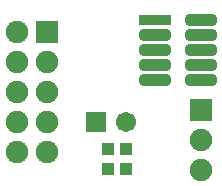
<source format=gts>
G04*
G04 #@! TF.GenerationSoftware,Altium Limited,Altium Designer,19.1.7 (138)*
G04*
G04 Layer_Color=8388736*
%FSLAX25Y25*%
%MOIN*%
G70*
G01*
G75*
%ADD17R,0.03950X0.03950*%
%ADD18R,0.10642X0.03753*%
G04:AMPARAMS|DCode=19|XSize=37.53mil|YSize=106.42mil|CornerRadius=11.38mil|HoleSize=0mil|Usage=FLASHONLY|Rotation=270.000|XOffset=0mil|YOffset=0mil|HoleType=Round|Shape=RoundedRectangle|*
%AMROUNDEDRECTD19*
21,1,0.03753,0.08366,0,0,270.0*
21,1,0.01476,0.10642,0,0,270.0*
1,1,0.02276,-0.04183,-0.00738*
1,1,0.02276,-0.04183,0.00738*
1,1,0.02276,0.04183,0.00738*
1,1,0.02276,0.04183,-0.00738*
%
%ADD19ROUNDEDRECTD19*%
%ADD20R,0.04147X0.04147*%
%ADD21C,0.06706*%
%ADD22R,0.06706X0.06706*%
%ADD23R,0.07493X0.07493*%
%ADD24C,0.07493*%
D17*
X41461Y-58000D02*
D03*
X35555D02*
D03*
D18*
X51000Y-8500D02*
D03*
D19*
X66354D02*
D03*
Y-13500D02*
D03*
X51000D02*
D03*
X66354Y-18500D02*
D03*
X51000D02*
D03*
X66354Y-23500D02*
D03*
X51000D02*
D03*
X66354Y-28500D02*
D03*
X51000D02*
D03*
D20*
X41551Y-51500D02*
D03*
X35449D02*
D03*
D21*
X41461Y-42500D02*
D03*
D22*
X31461D02*
D03*
D23*
X66354Y-38500D02*
D03*
X15000Y-12500D02*
D03*
D24*
X66354Y-48500D02*
D03*
Y-58500D02*
D03*
X5000Y-52500D02*
D03*
Y-42500D02*
D03*
Y-32500D02*
D03*
Y-22500D02*
D03*
Y-12500D02*
D03*
X15000Y-22500D02*
D03*
Y-32500D02*
D03*
Y-42500D02*
D03*
Y-52500D02*
D03*
M02*

</source>
